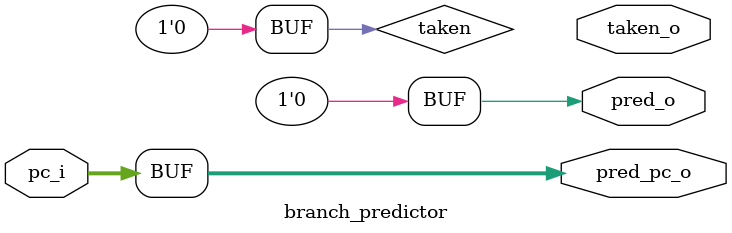
<source format=v>
module branch_predictor(
input   [31:0] pc_i,

output  [31:0] pred_pc_o,
output      pred_o,
output      taken_o);

assign pred_pc_o = pc_i;
assign pred_o = 0;
assign taken = 0;
endmodule


</source>
